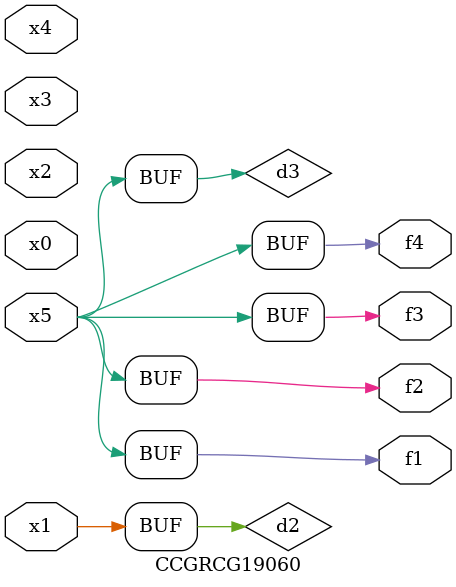
<source format=v>
module CCGRCG19060(
	input x0, x1, x2, x3, x4, x5,
	output f1, f2, f3, f4
);

	wire d1, d2, d3;

	not (d1, x5);
	or (d2, x1);
	xnor (d3, d1);
	assign f1 = d3;
	assign f2 = d3;
	assign f3 = d3;
	assign f4 = d3;
endmodule

</source>
